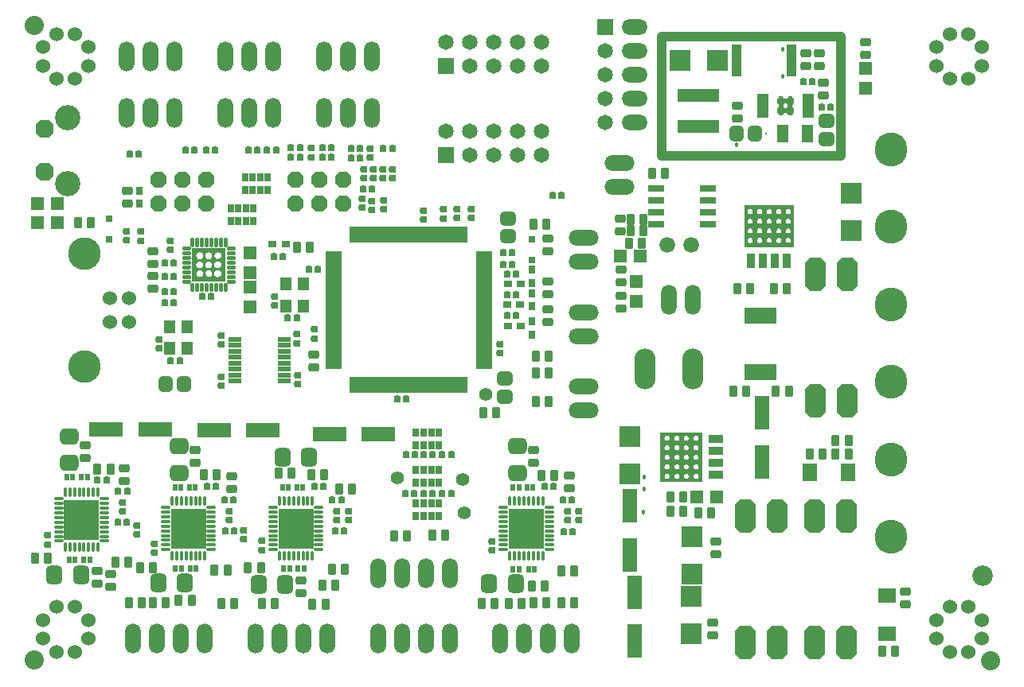
<source format=gts>
G04 Layer_Color=8388736*
%FSLAX24Y24*%
%MOIN*%
G70*
G01*
G75*
%ADD29C,0.0600*%
%ADD173C,0.0150*%
%ADD174C,0.0394*%
%ADD175R,0.0460X0.0130*%
%ADD176R,0.0530X0.0170*%
G04:AMPARAMS|DCode=177|XSize=28mil|YSize=30mil|CornerRadius=7.4mil|HoleSize=0mil|Usage=FLASHONLY|Rotation=90.000|XOffset=0mil|YOffset=0mil|HoleType=Round|Shape=RoundedRectangle|*
%AMROUNDEDRECTD177*
21,1,0.0280,0.0152,0,0,90.0*
21,1,0.0132,0.0300,0,0,90.0*
1,1,0.0148,0.0076,0.0066*
1,1,0.0148,0.0076,-0.0066*
1,1,0.0148,-0.0076,-0.0066*
1,1,0.0148,-0.0076,0.0066*
%
%ADD177ROUNDEDRECTD177*%
G04:AMPARAMS|DCode=178|XSize=28mil|YSize=30mil|CornerRadius=7.4mil|HoleSize=0mil|Usage=FLASHONLY|Rotation=0.000|XOffset=0mil|YOffset=0mil|HoleType=Round|Shape=RoundedRectangle|*
%AMROUNDEDRECTD178*
21,1,0.0280,0.0152,0,0,0.0*
21,1,0.0132,0.0300,0,0,0.0*
1,1,0.0148,0.0066,-0.0076*
1,1,0.0148,-0.0066,-0.0076*
1,1,0.0148,-0.0066,0.0076*
1,1,0.0148,0.0066,0.0076*
%
%ADD178ROUNDEDRECTD178*%
%ADD179R,0.0260X0.0320*%
%ADD180R,0.0611X0.1399*%
G04:AMPARAMS|DCode=181|XSize=56mil|YSize=56mil|CornerRadius=28mil|HoleSize=0mil|Usage=FLASHONLY|Rotation=90.000|XOffset=0mil|YOffset=0mil|HoleType=Round|Shape=RoundedRectangle|*
%AMROUNDEDRECTD181*
21,1,0.0560,0.0000,0,0,90.0*
21,1,0.0000,0.0560,0,0,90.0*
1,1,0.0560,0.0000,0.0000*
1,1,0.0560,0.0000,0.0000*
1,1,0.0560,0.0000,0.0000*
1,1,0.0560,0.0000,0.0000*
%
%ADD181ROUNDEDRECTD181*%
G04:AMPARAMS|DCode=182|XSize=35.1mil|YSize=45.4mil|CornerRadius=8.8mil|HoleSize=0mil|Usage=FLASHONLY|Rotation=0.000|XOffset=0mil|YOffset=0mil|HoleType=Round|Shape=RoundedRectangle|*
%AMROUNDEDRECTD182*
21,1,0.0351,0.0277,0,0,0.0*
21,1,0.0175,0.0454,0,0,0.0*
1,1,0.0177,0.0087,-0.0139*
1,1,0.0177,-0.0087,-0.0139*
1,1,0.0177,-0.0087,0.0139*
1,1,0.0177,0.0087,0.0139*
%
%ADD182ROUNDEDRECTD182*%
G04:AMPARAMS|DCode=183|XSize=69mil|YSize=77mil|CornerRadius=18.8mil|HoleSize=0mil|Usage=FLASHONLY|Rotation=90.000|XOffset=0mil|YOffset=0mil|HoleType=Round|Shape=RoundedRectangle|*
%AMROUNDEDRECTD183*
21,1,0.0690,0.0395,0,0,90.0*
21,1,0.0315,0.0770,0,0,90.0*
1,1,0.0375,0.0198,0.0158*
1,1,0.0375,0.0198,-0.0158*
1,1,0.0375,-0.0198,-0.0158*
1,1,0.0375,-0.0198,0.0158*
%
%ADD183ROUNDEDRECTD183*%
G04:AMPARAMS|DCode=184|XSize=35.1mil|YSize=45.4mil|CornerRadius=8.8mil|HoleSize=0mil|Usage=FLASHONLY|Rotation=270.000|XOffset=0mil|YOffset=0mil|HoleType=Round|Shape=RoundedRectangle|*
%AMROUNDEDRECTD184*
21,1,0.0351,0.0277,0,0,270.0*
21,1,0.0175,0.0454,0,0,270.0*
1,1,0.0177,-0.0139,-0.0087*
1,1,0.0177,-0.0139,0.0087*
1,1,0.0177,0.0139,0.0087*
1,1,0.0177,0.0139,-0.0087*
%
%ADD184ROUNDEDRECTD184*%
%ADD185R,0.0198X0.0296*%
G04:AMPARAMS|DCode=186|XSize=69mil|YSize=77mil|CornerRadius=18.8mil|HoleSize=0mil|Usage=FLASHONLY|Rotation=180.000|XOffset=0mil|YOffset=0mil|HoleType=Round|Shape=RoundedRectangle|*
%AMROUNDEDRECTD186*
21,1,0.0690,0.0395,0,0,180.0*
21,1,0.0315,0.0770,0,0,180.0*
1,1,0.0375,-0.0158,0.0198*
1,1,0.0375,0.0158,0.0198*
1,1,0.0375,0.0158,-0.0198*
1,1,0.0375,-0.0158,-0.0198*
%
%ADD186ROUNDEDRECTD186*%
%ADD187R,0.1477X0.1674*%
%ADD188O,0.0158X0.0395*%
%ADD189O,0.0395X0.0158*%
%ADD190R,0.1399X0.0611*%
%ADD191R,0.0620X0.0340*%
G04:AMPARAMS|DCode=192|XSize=58mil|YSize=66mil|CornerRadius=16mil|HoleSize=0mil|Usage=FLASHONLY|Rotation=270.000|XOffset=0mil|YOffset=0mil|HoleType=Round|Shape=RoundedRectangle|*
%AMROUNDEDRECTD192*
21,1,0.0580,0.0340,0,0,270.0*
21,1,0.0260,0.0660,0,0,270.0*
1,1,0.0320,-0.0170,-0.0130*
1,1,0.0320,-0.0170,0.0130*
1,1,0.0320,0.0170,0.0130*
1,1,0.0320,0.0170,-0.0130*
%
%ADD192ROUNDEDRECTD192*%
%ADD193R,0.0414X0.1359*%
%ADD194R,0.0300X0.0300*%
%ADD195R,0.0680X0.0200*%
%ADD196R,0.0200X0.0680*%
%ADD197R,0.0540X0.0540*%
%ADD198R,0.0540X0.0540*%
G04:AMPARAMS|DCode=199|XSize=15mil|YSize=35.4mil|CornerRadius=6.4mil|HoleSize=0mil|Usage=FLASHONLY|Rotation=180.000|XOffset=0mil|YOffset=0mil|HoleType=Round|Shape=RoundedRectangle|*
%AMROUNDEDRECTD199*
21,1,0.0150,0.0227,0,0,180.0*
21,1,0.0022,0.0354,0,0,180.0*
1,1,0.0128,-0.0011,0.0113*
1,1,0.0128,0.0011,0.0113*
1,1,0.0128,0.0011,-0.0113*
1,1,0.0128,-0.0011,-0.0113*
%
%ADD199ROUNDEDRECTD199*%
G04:AMPARAMS|DCode=200|XSize=15mil|YSize=35.4mil|CornerRadius=6.4mil|HoleSize=0mil|Usage=FLASHONLY|Rotation=270.000|XOffset=0mil|YOffset=0mil|HoleType=Round|Shape=RoundedRectangle|*
%AMROUNDEDRECTD200*
21,1,0.0150,0.0227,0,0,270.0*
21,1,0.0022,0.0354,0,0,270.0*
1,1,0.0128,-0.0113,-0.0011*
1,1,0.0128,-0.0113,0.0011*
1,1,0.0128,0.0113,0.0011*
1,1,0.0128,0.0113,-0.0011*
%
%ADD200ROUNDEDRECTD200*%
%ADD201R,0.0480X0.0580*%
%ADD202R,0.0340X0.0620*%
G04:AMPARAMS|DCode=203|XSize=58mil|YSize=66mil|CornerRadius=16mil|HoleSize=0mil|Usage=FLASHONLY|Rotation=180.000|XOffset=0mil|YOffset=0mil|HoleType=Round|Shape=RoundedRectangle|*
%AMROUNDEDRECTD203*
21,1,0.0580,0.0340,0,0,180.0*
21,1,0.0260,0.0660,0,0,180.0*
1,1,0.0320,-0.0130,0.0170*
1,1,0.0320,0.0130,0.0170*
1,1,0.0320,0.0130,-0.0170*
1,1,0.0320,-0.0130,-0.0170*
%
%ADD203ROUNDEDRECTD203*%
%ADD204R,0.1320X0.0690*%
G04:AMPARAMS|DCode=205|XSize=80mil|YSize=80mil|CornerRadius=40mil|HoleSize=0mil|Usage=FLASHONLY|Rotation=0.000|XOffset=0mil|YOffset=0mil|HoleType=Round|Shape=RoundedRectangle|*
%AMROUNDEDRECTD205*
21,1,0.0800,0.0000,0,0,0.0*
21,1,0.0000,0.0800,0,0,0.0*
1,1,0.0800,0.0000,0.0000*
1,1,0.0800,0.0000,0.0000*
1,1,0.0800,0.0000,0.0000*
1,1,0.0800,0.0000,0.0000*
%
%ADD205ROUNDEDRECTD205*%
%ADD206R,0.0660X0.0300*%
%ADD207R,0.0850X0.0850*%
%ADD208R,0.0560X0.0210*%
%ADD209R,0.0340X0.0260*%
%ADD210R,0.0260X0.0340*%
%ADD211R,0.0603X0.0769*%
%ADD212R,0.0769X0.0603*%
%ADD213R,0.0493X0.0729*%
%ADD214R,0.0850X0.0850*%
%ADD215R,0.1733X0.0525*%
%ADD216R,0.0482X0.0198*%
%ADD217R,0.0651X0.0651*%
%ADD218C,0.0651*%
G04:AMPARAMS|DCode=219|XSize=139mil|YSize=89mil|CornerRadius=0mil|HoleSize=0mil|Usage=FLASHONLY|Rotation=90.000|XOffset=0mil|YOffset=0mil|HoleType=Round|Shape=Octagon|*
%AMOCTAGOND219*
4,1,8,0.0223,0.0695,-0.0223,0.0695,-0.0445,0.0473,-0.0445,-0.0473,-0.0223,-0.0695,0.0223,-0.0695,0.0445,-0.0473,0.0445,0.0473,0.0223,0.0695,0.0*
%
%ADD219OCTAGOND219*%

%ADD220O,0.0885X0.1710*%
%ADD221O,0.0660X0.1260*%
%ADD222P,0.0823X8X292.5*%
%ADD223C,0.1060*%
%ADD224C,0.1365*%
%ADD225P,0.0736X8X22.5*%
%ADD226O,0.1260X0.0660*%
%ADD227C,0.0660*%
%ADD228O,0.1084X0.0651*%
%ADD229R,0.0651X0.0651*%
%ADD230O,0.1360X0.1420*%
%ADD231C,0.0860*%
%ADD232C,0.0180*%
%ADD233C,0.0080*%
G36*
X18499Y27480D02*
Y27100D01*
X18411Y27100D01*
X18499D01*
Y26720D01*
X18440Y26720D01*
X18499D01*
Y26391D01*
X17101D01*
Y26730D01*
X17194Y26730D01*
X17101D01*
Y27100D01*
X17189Y27100D01*
X17101D01*
Y27480D01*
Y27799D01*
X18499D01*
Y27480D01*
D02*
G37*
G36*
X42285Y29311D02*
Y28917D01*
Y28514D01*
Y28120D01*
Y27845D01*
X40238D01*
Y28120D01*
Y28514D01*
Y28917D01*
Y29321D01*
Y29606D01*
X42285D01*
Y29311D01*
D02*
G37*
G36*
X38472Y18006D02*
X36710D01*
Y20053D01*
X38472D01*
Y18006D01*
D02*
G37*
G36*
X42232Y34150D02*
X42234Y34134D01*
X42246Y34106D01*
X42267Y34084D01*
X42296Y34072D01*
X42311Y34071D01*
Y33864D01*
X42298Y33863D01*
X42273Y33853D01*
X42254Y33834D01*
X42243Y33809D01*
X42242Y33795D01*
Y33756D01*
X42232D01*
Y33746D01*
X42234Y33731D01*
X42246Y33702D01*
X42267Y33681D01*
X42296Y33669D01*
X42311Y33667D01*
Y33470D01*
X42296Y33469D01*
X42267Y33457D01*
X42246Y33435D01*
X42234Y33407D01*
X42232Y33392D01*
Y33372D01*
X42055D01*
X42053Y33391D01*
X42039Y33427D01*
X42011Y33454D01*
X41976Y33469D01*
X41957Y33470D01*
X41937D01*
X41918Y33469D01*
X41882Y33454D01*
X41855Y33427D01*
X41840Y33391D01*
X41839Y33372D01*
X41661D01*
Y33382D01*
X41660Y33397D01*
X41648Y33426D01*
X41626Y33447D01*
X41598Y33459D01*
X41583Y33461D01*
Y33667D01*
X41596Y33669D01*
X41621Y33679D01*
X41640Y33698D01*
X41650Y33723D01*
X41652Y33736D01*
Y33776D01*
X41661D01*
Y33785D01*
X41660Y33801D01*
X41648Y33829D01*
X41626Y33851D01*
X41598Y33863D01*
X41583Y33864D01*
Y34061D01*
X41598Y34063D01*
X41626Y34074D01*
X41648Y34096D01*
X41660Y34124D01*
X41661Y34140D01*
Y34159D01*
X41839D01*
X41840Y34140D01*
X41855Y34105D01*
X41882Y34078D01*
X41918Y34063D01*
X41937Y34061D01*
X41957D01*
X41976Y34063D01*
X42011Y34078D01*
X42039Y34105D01*
X42053Y34140D01*
X42055Y34159D01*
X42232D01*
Y34150D01*
D02*
G37*
%LPC*%
G36*
X17805Y26863D02*
X17800Y26862D01*
X17800Y26862D01*
X17795Y26863D01*
X17746Y26853D01*
X17705Y26825D01*
X17677Y26784D01*
X17668Y26740D01*
X17670Y26740D01*
Y26730D01*
X17669D01*
X17667Y26720D01*
X17678Y26669D01*
X17706Y26626D01*
X17749Y26598D01*
X17800Y26587D01*
X17800Y26587D01*
X17800Y26587D01*
X17800Y26587D01*
X17855Y26598D01*
X17901Y26629D01*
X17932Y26675D01*
X17943Y26730D01*
X17943Y26730D01*
X17940Y26730D01*
X17984Y26730D01*
X17942Y26730D01*
X17932Y26778D01*
X17902Y26822D01*
X17858Y26852D01*
X17805Y26863D01*
D02*
G37*
G36*
X17430Y27243D02*
X17430Y27243D01*
X17430Y27240D01*
X17420Y27243D01*
X17420Y27243D01*
X17365Y27232D01*
X17319Y27201D01*
X17288Y27155D01*
X17277Y27100D01*
X17277Y27100D01*
D01*
Y27100D01*
X17280D01*
X17277Y27100D01*
Y27100D01*
X17277Y27100D01*
X17288Y27045D01*
X17319Y26999D01*
X17365Y26968D01*
X17420Y26957D01*
X17420Y26957D01*
X17420Y26958D01*
X17425Y26957D01*
X17482Y26968D01*
X17530Y27000D01*
X17562Y27048D01*
X17572Y27100D01*
X17570Y27100D01*
X17573Y27100D01*
X17573Y27100D01*
X17562Y27155D01*
X17531Y27201D01*
X17485Y27232D01*
X17430Y27243D01*
D02*
G37*
G36*
X17425Y26863D02*
X17420Y26862D01*
X17420Y26862D01*
X17415Y26863D01*
X17366Y26853D01*
X17325Y26825D01*
X17297Y26784D01*
X17288Y26740D01*
X17290Y26740D01*
Y26730D01*
X17287D01*
X17287Y26730D01*
X17298Y26675D01*
X17329Y26629D01*
X17375Y26598D01*
X17430Y26587D01*
X17430Y26587D01*
X17430Y26588D01*
X17435Y26587D01*
X17484Y26597D01*
X17525Y26625D01*
X17553Y26666D01*
X17562Y26710D01*
X17560Y26710D01*
Y26730D01*
X17615D01*
X17562Y26730D01*
X17552Y26778D01*
X17522Y26822D01*
X17478Y26852D01*
X17425Y26863D01*
D02*
G37*
G36*
X18175Y26873D02*
X18118Y26862D01*
X18070Y26830D01*
X18038Y26782D01*
X18028Y26730D01*
X18028D01*
Y26730D01*
X18030Y26730D01*
X18028Y26730D01*
X18027Y26725D01*
X18038Y26668D01*
X18070Y26620D01*
X18118Y26588D01*
X18170Y26578D01*
X18170Y26578D01*
X18175Y26577D01*
X18232Y26588D01*
X18280Y26620D01*
X18312Y26668D01*
X18322Y26720D01*
X18322D01*
Y26720D01*
X18320Y26720D01*
X18322D01*
X18323Y26725D01*
X18312Y26782D01*
X18280Y26830D01*
X18232Y26862D01*
X18180Y26872D01*
X18180Y26872D01*
X18175Y26873D01*
D02*
G37*
G36*
X18180Y27243D02*
X18180Y27243D01*
X18180Y27240D01*
X18170Y27243D01*
X18170Y27243D01*
X18115Y27232D01*
X18069Y27201D01*
X18038Y27155D01*
X18027Y27100D01*
X18027Y27100D01*
D01*
Y27100D01*
X18030D01*
X18027Y27100D01*
Y27100D01*
X18027Y27100D01*
X18038Y27045D01*
X18069Y26999D01*
X18115Y26968D01*
X18170Y26957D01*
X18170Y26957D01*
X18170Y26958D01*
X18175Y26957D01*
X18232Y26968D01*
X18280Y27000D01*
X18312Y27048D01*
X18322Y27100D01*
X18320Y27100D01*
X18323D01*
X18323Y27100D01*
X18312Y27155D01*
X18281Y27201D01*
X18235Y27232D01*
X18180Y27243D01*
D02*
G37*
G36*
X17800Y27623D02*
X17800Y27623D01*
X17800D01*
X17800D01*
X17800D01*
X17800Y27623D01*
X17745Y27612D01*
X17699Y27581D01*
X17668Y27535D01*
X17657Y27480D01*
X17658Y27480D01*
X17658Y27480D01*
X17660Y27480D01*
X17658Y27480D01*
X17657Y27475D01*
X17668Y27418D01*
X17700Y27370D01*
X17748Y27338D01*
X17800Y27328D01*
X17800Y27327D01*
X17800Y27327D01*
X17855Y27338D01*
X17901Y27369D01*
X17932Y27415D01*
X17943Y27470D01*
X17943Y27470D01*
X17940Y27470D01*
Y27480D01*
X17943Y27480D01*
X17943Y27480D01*
X17932Y27535D01*
X17901Y27581D01*
X17855Y27612D01*
X17800Y27623D01*
D02*
G37*
G36*
X17805Y27243D02*
X17800Y27242D01*
X17800Y27242D01*
X17795Y27243D01*
X17742Y27232D01*
X17698Y27202D01*
X17668Y27158D01*
X17657Y27105D01*
X17658Y27100D01*
X17658D01*
X17658Y27100D01*
X17660D01*
X17658Y27100D01*
X17657Y27095D01*
X17668Y27042D01*
X17698Y26998D01*
X17742Y26968D01*
X17790Y26958D01*
X17790Y26958D01*
X17795Y26957D01*
X17852Y26968D01*
X17900Y27000D01*
X17932Y27048D01*
X17942Y27100D01*
X17940Y27100D01*
X17942Y27110D01*
X17932Y27158D01*
X17902Y27202D01*
X17858Y27232D01*
X17805Y27243D01*
D02*
G37*
G36*
X18175Y27623D02*
X18170Y27622D01*
X18170Y27622D01*
X18122Y27612D01*
X18078Y27582D01*
X18048Y27538D01*
X18037Y27485D01*
X18038Y27480D01*
X18038D01*
X18038Y27480D01*
D01*
D01*
X18037Y27475D01*
X18048Y27422D01*
X18078Y27378D01*
X18122Y27348D01*
X18170Y27338D01*
X18170Y27338D01*
X18175Y27337D01*
X18232Y27348D01*
X18280Y27380D01*
X18312Y27428D01*
X18322Y27480D01*
X18320Y27480D01*
X18440D01*
X18322Y27480D01*
X18312Y27532D01*
X18280Y27580D01*
X18232Y27612D01*
X18175Y27623D01*
D02*
G37*
G36*
X17425D02*
X17420Y27622D01*
X17420Y27623D01*
X17420Y27623D01*
X17365Y27612D01*
X17319Y27581D01*
X17288Y27535D01*
X17277Y27480D01*
X17277Y27480D01*
X17280D01*
X17277Y27480D01*
Y27480D01*
X17277D01*
X17277Y27480D01*
X17289Y27421D01*
X17322Y27372D01*
X17371Y27339D01*
X17430Y27327D01*
X17430Y27327D01*
Y27327D01*
X17430Y27327D01*
X17485Y27338D01*
X17531Y27369D01*
X17562Y27416D01*
X17573Y27470D01*
X17571Y27480D01*
X17570Y27480D01*
X17571Y27480D01*
X17571Y27480D01*
X17615Y27480D01*
X17572Y27480D01*
X17562Y27532D01*
X17530Y27580D01*
X17482Y27612D01*
X17425Y27623D01*
D02*
G37*
%LPD*%
G36*
X18038Y27480D02*
X18038Y27480D01*
X18040D01*
X18038Y27480D01*
D02*
G37*
%LPC*%
G36*
X40868Y29036D02*
X40847Y29034D01*
X40807Y29017D01*
X40778Y28987D01*
X40761Y28948D01*
X40759Y28927D01*
Y28917D01*
X40761Y28898D01*
X40776Y28863D01*
X40803Y28836D01*
X40839Y28821D01*
X40858Y28819D01*
X40879Y28821D01*
X40917Y28837D01*
X40946Y28866D01*
X40962Y28905D01*
X40963Y28917D01*
X40956D01*
Y28947D01*
X40955Y28964D01*
X40941Y28996D01*
X40917Y29021D01*
X40885Y29034D01*
X40868Y29036D01*
D02*
G37*
G36*
X41261Y29026D02*
X41242Y29024D01*
X41207Y29009D01*
X41179Y28982D01*
X41165Y28947D01*
X41163Y28927D01*
Y28917D01*
X41156D01*
X41157Y28905D01*
X41173Y28866D01*
X41202Y28837D01*
X41241Y28821D01*
X41261Y28819D01*
X41281Y28821D01*
X41317Y28836D01*
X41345Y28864D01*
X41360Y28900D01*
X41361Y28917D01*
X41360D01*
Y28927D01*
X41358Y28947D01*
X41343Y28982D01*
X41316Y29009D01*
X41281Y29024D01*
X41261Y29026D01*
D02*
G37*
G36*
X41665D02*
X41646Y29024D01*
X41610Y29009D01*
X41583Y28982D01*
X41568Y28947D01*
X41566Y28927D01*
Y28917D01*
X41557D01*
X41559Y28898D01*
X41573Y28863D01*
X41600Y28836D01*
X41636Y28821D01*
X41655Y28819D01*
X41677Y28821D01*
X41716Y28838D01*
X41747Y28868D01*
X41763Y28908D01*
X41764Y28917D01*
X41763D01*
Y28927D01*
X41761Y28947D01*
X41747Y28982D01*
X41720Y29009D01*
X41684Y29024D01*
X41665Y29026D01*
D02*
G37*
G36*
Y28622D02*
X41646Y28620D01*
X41610Y28606D01*
X41583Y28578D01*
X41568Y28543D01*
X41566Y28524D01*
Y28514D01*
X41558D01*
X41559Y28505D01*
X41573Y28469D01*
X41600Y28442D01*
X41636Y28427D01*
X41655Y28425D01*
X41677Y28427D01*
X41716Y28444D01*
X41747Y28474D01*
X41763Y28514D01*
X41763Y28516D01*
Y28524D01*
X41761Y28543D01*
X41747Y28578D01*
X41720Y28606D01*
X41684Y28620D01*
X41665Y28622D01*
D02*
G37*
G36*
X42059D02*
X42039Y28620D01*
X42004Y28606D01*
X41977Y28578D01*
X41962Y28543D01*
X41960Y28524D01*
Y28514D01*
X41952D01*
X41952Y28512D01*
X41969Y28473D01*
X41998Y28444D01*
X42037Y28427D01*
X42059Y28425D01*
X42079Y28427D01*
X42118Y28443D01*
X42147Y28473D01*
X42163Y28511D01*
X42163Y28514D01*
X42157D01*
Y28524D01*
X42155Y28543D01*
X42140Y28578D01*
X42113Y28606D01*
X42078Y28620D01*
X42059Y28622D01*
D02*
G37*
G36*
X40464Y29026D02*
X40445Y29024D01*
X40409Y29009D01*
X40382Y28982D01*
X40368Y28947D01*
X40366Y28927D01*
Y28917D01*
X40357D01*
X40358Y28906D01*
X40374Y28867D01*
X40404Y28837D01*
X40443Y28821D01*
X40464Y28819D01*
X40484Y28821D01*
X40519Y28836D01*
X40547Y28863D01*
X40562Y28899D01*
X40564Y28917D01*
X40553D01*
Y28937D01*
X40551Y28954D01*
X40538Y28986D01*
X40513Y29011D01*
X40481Y29024D01*
X40464Y29026D01*
D02*
G37*
G36*
X42059D02*
X42039Y29024D01*
X42004Y29009D01*
X41977Y28982D01*
X41962Y28947D01*
X41960Y28927D01*
Y28917D01*
X41951D01*
X41952Y28906D01*
X41969Y28867D01*
X41998Y28837D01*
X42037Y28821D01*
X42059Y28819D01*
X42079Y28821D01*
X42118Y28837D01*
X42147Y28866D01*
X42163Y28905D01*
X42164Y28917D01*
X42157D01*
Y28927D01*
X42155Y28947D01*
X42140Y28982D01*
X42113Y29009D01*
X42078Y29024D01*
X42059Y29026D01*
D02*
G37*
G36*
X41665Y29439D02*
X41644Y29437D01*
X41605Y29421D01*
X41575Y29391D01*
X41559Y29352D01*
X41557Y29331D01*
Y29321D01*
X41559Y29302D01*
X41573Y29266D01*
X41600Y29239D01*
X41636Y29224D01*
X41655Y29223D01*
X41677Y29225D01*
X41716Y29241D01*
X41747Y29272D01*
X41763Y29311D01*
X41763Y29313D01*
Y29341D01*
X41761Y29360D01*
X41747Y29395D01*
X41720Y29423D01*
X41684Y29437D01*
X41665Y29439D01*
D02*
G37*
G36*
X42059D02*
X42037Y29437D01*
X41998Y29421D01*
X41969Y29391D01*
X41952Y29352D01*
X41950Y29331D01*
X41952Y29310D01*
X41969Y29271D01*
X41998Y29241D01*
X42037Y29225D01*
X42059Y29223D01*
X42079Y29225D01*
X42118Y29240D01*
X42147Y29270D01*
X42163Y29308D01*
X42165Y29329D01*
Y29352D01*
X42165Y29352D01*
X42149Y29391D01*
X42119Y29421D01*
X42080Y29437D01*
X42059Y29439D01*
D02*
G37*
G36*
X40463Y29438D02*
X40462Y29431D01*
X40441Y29429D01*
X40402Y29413D01*
X40372Y29383D01*
X40356Y29344D01*
X40356D01*
Y29331D01*
X40358Y29310D01*
X40374Y29271D01*
X40404Y29241D01*
X40443Y29225D01*
X40464Y29223D01*
X40484Y29225D01*
X40519Y29239D01*
X40547Y29267D01*
X40562Y29303D01*
X40564Y29321D01*
X40563D01*
X40562Y29340D01*
X40560Y29359D01*
X40545Y29395D01*
X40518Y29422D01*
X40483Y29437D01*
X40463Y29438D01*
D02*
G37*
G36*
X40858Y29439D02*
X40839Y29437D01*
X40803Y29423D01*
X40776Y29395D01*
X40761Y29360D01*
X40759Y29341D01*
Y29333D01*
Y29331D01*
Y29321D01*
X40761Y29302D01*
X40776Y29266D01*
X40803Y29239D01*
X40839Y29224D01*
X40858Y29223D01*
X40879Y29225D01*
X40917Y29240D01*
X40946Y29270D01*
X40962Y29308D01*
X40964Y29329D01*
Y29352D01*
X40964Y29352D01*
X40948Y29391D01*
X40918Y29421D01*
X40879Y29437D01*
X40858Y29439D01*
D02*
G37*
G36*
X41271Y29429D02*
X41261D01*
X41240Y29427D01*
X41201Y29411D01*
X41171Y29381D01*
X41155Y29342D01*
Y29329D01*
X41157Y29308D01*
X41173Y29270D01*
X41202Y29240D01*
X41241Y29225D01*
X41261Y29223D01*
X41281Y29225D01*
X41317Y29239D01*
X41345Y29267D01*
X41360Y29303D01*
X41360Y29311D01*
X41360D01*
Y29341D01*
X41358Y29358D01*
X41345Y29390D01*
X41320Y29414D01*
X41288Y29428D01*
X41271Y29429D01*
D02*
G37*
G36*
X40464Y28228D02*
X40445Y28227D01*
X40409Y28212D01*
X40382Y28185D01*
X40368Y28149D01*
X40366Y28130D01*
Y28120D01*
X40356D01*
Y28120D01*
X40358Y28099D01*
X40374Y28060D01*
X40404Y28030D01*
X40443Y28014D01*
X40464Y28012D01*
X40485Y28014D01*
X40524Y28030D01*
X40554Y28060D01*
X40570Y28099D01*
X40572Y28120D01*
Y28120D01*
X40553D01*
Y28140D01*
X40551Y28157D01*
X40538Y28189D01*
X40513Y28214D01*
X40481Y28227D01*
X40464Y28228D01*
D02*
G37*
G36*
X40868Y28238D02*
X40847Y28236D01*
X40807Y28220D01*
X40778Y28190D01*
X40761Y28151D01*
X40759Y28130D01*
Y28120D01*
Y28110D01*
X40761Y28091D01*
X40776Y28056D01*
X40803Y28029D01*
X40839Y28014D01*
X40858Y28012D01*
X40879Y28014D01*
X40918Y28030D01*
X40948Y28060D01*
X40964Y28099D01*
X40966Y28120D01*
Y28120D01*
X40956D01*
Y28150D01*
X40955Y28167D01*
X40941Y28199D01*
X40917Y28223D01*
X40885Y28237D01*
X40868Y28238D01*
D02*
G37*
G36*
X40464Y28622D02*
X40445Y28620D01*
X40409Y28606D01*
X40382Y28578D01*
X40368Y28543D01*
X40366Y28524D01*
Y28514D01*
X40358D01*
X40358Y28513D01*
X40374Y28474D01*
X40404Y28444D01*
X40443Y28427D01*
X40464Y28425D01*
X40484Y28427D01*
X40519Y28442D01*
X40547Y28470D01*
X40562Y28506D01*
X40563Y28514D01*
X40553D01*
Y28534D01*
X40551Y28551D01*
X40538Y28583D01*
X40513Y28607D01*
X40481Y28621D01*
X40464Y28622D01*
D02*
G37*
G36*
X40868Y28632D02*
X40847Y28630D01*
X40807Y28614D01*
X40778Y28584D01*
X40761Y28545D01*
X40759Y28524D01*
X40761Y28505D01*
X40776Y28469D01*
X40803Y28442D01*
X40839Y28427D01*
X40858Y28425D01*
X40879Y28427D01*
X40917Y28443D01*
X40946Y28473D01*
X40962Y28511D01*
X40962Y28514D01*
X40956D01*
Y28543D01*
X40955Y28561D01*
X40941Y28593D01*
X40917Y28617D01*
X40885Y28630D01*
X40868Y28632D01*
D02*
G37*
G36*
X41261Y28622D02*
X41242Y28620D01*
X41207Y28606D01*
X41179Y28578D01*
X41165Y28543D01*
X41163Y28524D01*
Y28514D01*
X41157D01*
X41157Y28511D01*
X41173Y28473D01*
X41202Y28443D01*
X41241Y28427D01*
X41261Y28425D01*
X41281Y28427D01*
X41317Y28442D01*
X41345Y28470D01*
X41360Y28506D01*
X41360Y28514D01*
X41360D01*
Y28524D01*
X41358Y28543D01*
X41343Y28578D01*
X41316Y28606D01*
X41281Y28620D01*
X41261Y28622D01*
D02*
G37*
G36*
X42059Y28228D02*
X42039Y28227D01*
X42004Y28212D01*
X41977Y28185D01*
X41962Y28149D01*
X41960Y28130D01*
Y28130D01*
X41961Y28111D01*
X41963Y28092D01*
X41977Y28056D01*
X42005Y28029D01*
X42040Y28015D01*
X42059Y28013D01*
X42061Y28020D01*
X42082Y28022D01*
X42121Y28038D01*
X42151Y28068D01*
X42167Y28107D01*
X42168Y28120D01*
X42157D01*
Y28130D01*
X42155Y28149D01*
X42140Y28185D01*
X42113Y28212D01*
X42078Y28227D01*
X42059Y28228D01*
D02*
G37*
G36*
X41665D02*
X41646Y28227D01*
X41610Y28212D01*
X41583Y28185D01*
X41568Y28149D01*
X41566Y28130D01*
Y28120D01*
X41557D01*
Y28120D01*
X41559Y28099D01*
X41575Y28060D01*
X41605Y28030D01*
X41644Y28014D01*
X41665Y28012D01*
X41684Y28014D01*
X41720Y28029D01*
X41747Y28056D01*
X41761Y28091D01*
X41763Y28110D01*
Y28120D01*
Y28130D01*
X41761Y28149D01*
X41747Y28185D01*
X41720Y28212D01*
X41684Y28227D01*
X41665Y28228D01*
D02*
G37*
G36*
X41261D02*
X41242Y28227D01*
X41207Y28212D01*
X41179Y28185D01*
X41165Y28149D01*
X41163Y28130D01*
Y28120D01*
Y28110D01*
X41165Y28093D01*
X41178Y28061D01*
X41202Y28037D01*
X41234Y28024D01*
X41252Y28022D01*
X41261D01*
X41282Y28024D01*
X41321Y28040D01*
X41351Y28070D01*
X41368Y28109D01*
X41369Y28120D01*
X41360D01*
Y28130D01*
X41358Y28149D01*
X41343Y28185D01*
X41316Y28212D01*
X41281Y28227D01*
X41261Y28228D01*
D02*
G37*
G36*
X37399Y19932D02*
Y19925D01*
X37389D01*
X37370Y19923D01*
X37334Y19908D01*
X37307Y19881D01*
X37293Y19846D01*
X37291Y19827D01*
X37293Y19807D01*
X37307Y19772D01*
X37334Y19745D01*
X37370Y19730D01*
X37389Y19728D01*
X37399D01*
Y19719D01*
X37410Y19720D01*
X37449Y19737D01*
X37479Y19766D01*
X37495Y19805D01*
X37497Y19827D01*
X37495Y19847D01*
X37480Y19886D01*
X37450Y19915D01*
X37412Y19931D01*
X37399Y19932D01*
D02*
G37*
G36*
X36988Y19933D02*
X36964D01*
X36964Y19933D01*
X36925Y19917D01*
X36896Y19887D01*
X36879Y19848D01*
X36877Y19827D01*
X36879Y19805D01*
X36896Y19766D01*
X36925Y19737D01*
X36964Y19720D01*
X36986Y19718D01*
X37007Y19720D01*
X37046Y19737D01*
X37076Y19766D01*
X37092Y19805D01*
X37094Y19827D01*
X37092Y19847D01*
X37076Y19886D01*
X37047Y19915D01*
X37008Y19931D01*
X36988Y19933D01*
D02*
G37*
G36*
X37399Y19532D02*
Y19531D01*
X37389D01*
X37370Y19529D01*
X37334Y19515D01*
X37307Y19488D01*
X37293Y19452D01*
X37291Y19433D01*
X37293Y19414D01*
X37307Y19378D01*
X37334Y19351D01*
X37370Y19336D01*
X37389Y19334D01*
X37399D01*
Y19325D01*
X37418Y19326D01*
X37454Y19341D01*
X37481Y19368D01*
X37496Y19404D01*
X37497Y19423D01*
X37495Y19444D01*
X37479Y19484D01*
X37448Y19515D01*
X37409Y19531D01*
X37399Y19532D01*
D02*
G37*
G36*
X38206Y19531D02*
X38186D01*
X38167Y19529D01*
X38132Y19515D01*
X38105Y19488D01*
X38090Y19452D01*
X38088Y19433D01*
X38090Y19414D01*
X38105Y19378D01*
X38132Y19351D01*
X38167Y19336D01*
X38186Y19334D01*
X38196D01*
Y19325D01*
X38196D01*
X38217Y19327D01*
X38256Y19343D01*
X38286Y19373D01*
X38302Y19412D01*
X38304Y19433D01*
X38303Y19452D01*
X38288Y19488D01*
X38261Y19515D01*
X38225Y19529D01*
X38206Y19531D01*
D02*
G37*
G36*
X37800D02*
X37793D01*
X37773Y19529D01*
X37738Y19515D01*
X37711Y19488D01*
X37696Y19452D01*
X37694Y19433D01*
X37696Y19414D01*
X37711Y19378D01*
X37738Y19351D01*
X37773Y19336D01*
X37793Y19334D01*
X37803D01*
Y19326D01*
X37812Y19326D01*
X37847Y19341D01*
X37875Y19368D01*
X37889Y19404D01*
X37891Y19423D01*
X37889Y19444D01*
X37873Y19484D01*
X37842Y19515D01*
X37802Y19531D01*
X37800Y19531D01*
D02*
G37*
G36*
X37803Y19931D02*
Y19925D01*
X37793D01*
X37773Y19923D01*
X37738Y19908D01*
X37711Y19881D01*
X37696Y19846D01*
X37694Y19827D01*
X37696Y19807D01*
X37711Y19772D01*
X37738Y19745D01*
X37773Y19730D01*
X37793Y19728D01*
X37803D01*
Y19720D01*
X37804Y19720D01*
X37843Y19737D01*
X37873Y19766D01*
X37889Y19805D01*
X37891Y19827D01*
X37889Y19847D01*
X37873Y19886D01*
X37844Y19915D01*
X37806Y19931D01*
X37803Y19931D01*
D02*
G37*
G36*
X38196Y19936D02*
Y19925D01*
X38186D01*
X38167Y19923D01*
X38132Y19908D01*
X38105Y19881D01*
X38090Y19846D01*
X38088Y19827D01*
X38090Y19807D01*
X38105Y19772D01*
X38132Y19745D01*
X38167Y19730D01*
X38186Y19728D01*
X38186D01*
X38205Y19729D01*
X38225Y19731D01*
X38260Y19745D01*
X38287Y19773D01*
X38302Y19808D01*
X38304Y19827D01*
X38297Y19829D01*
X38295Y19850D01*
X38279Y19889D01*
X38249Y19919D01*
X38210Y19935D01*
X38196Y19936D01*
D02*
G37*
G36*
X37803Y18331D02*
Y18321D01*
X37783D01*
X37766Y18319D01*
X37734Y18306D01*
X37709Y18281D01*
X37696Y18249D01*
X37694Y18232D01*
X37696Y18213D01*
X37711Y18177D01*
X37738Y18150D01*
X37773Y18136D01*
X37793Y18134D01*
X37803D01*
Y18126D01*
X37804Y18126D01*
X37843Y18142D01*
X37873Y18172D01*
X37889Y18211D01*
X37891Y18232D01*
X37889Y18251D01*
X37874Y18287D01*
X37847Y18315D01*
X37811Y18330D01*
X37803Y18331D01*
D02*
G37*
G36*
X36988Y18732D02*
X36964D01*
X36964Y18732D01*
X36925Y18716D01*
X36896Y18686D01*
X36879Y18647D01*
X36877Y18626D01*
X36879Y18607D01*
X36894Y18571D01*
X36921Y18544D01*
X36957Y18529D01*
X36976Y18527D01*
X36995D01*
X37015Y18529D01*
X37050Y18544D01*
X37077Y18571D01*
X37092Y18607D01*
X37094Y18626D01*
X37092Y18646D01*
X37076Y18685D01*
X37047Y18714D01*
X37008Y18730D01*
X36988Y18732D01*
D02*
G37*
G36*
X37399Y18731D02*
Y18724D01*
X37369D01*
X37352Y18722D01*
X37320Y18709D01*
X37296Y18685D01*
X37283Y18653D01*
X37281Y18636D01*
X37283Y18614D01*
X37299Y18575D01*
X37329Y18546D01*
X37368Y18529D01*
X37389Y18527D01*
X37399D01*
X37418Y18529D01*
X37454Y18544D01*
X37481Y18571D01*
X37496Y18607D01*
X37497Y18626D01*
X37495Y18646D01*
X37480Y18685D01*
X37450Y18714D01*
X37412Y18730D01*
X37399Y18731D01*
D02*
G37*
G36*
X36995Y18332D02*
Y18330D01*
X36976Y18330D01*
X36957Y18328D01*
X36922Y18313D01*
X36895Y18286D01*
X36880Y18251D01*
X36878Y18231D01*
X36885Y18230D01*
X36887Y18209D01*
X36903Y18170D01*
X36933Y18140D01*
X36972Y18124D01*
X36972D01*
Y18124D01*
X36985D01*
X37007Y18126D01*
X37046Y18142D01*
X37076Y18172D01*
X37092Y18211D01*
X37094Y18232D01*
X37092Y18251D01*
X37077Y18287D01*
X37050Y18315D01*
X37014Y18330D01*
X36995Y18332D01*
D02*
G37*
G36*
X38196Y18340D02*
X38196D01*
Y18321D01*
X38177D01*
X38159Y18319D01*
X38127Y18306D01*
X38103Y18281D01*
X38090Y18249D01*
X38088Y18232D01*
X38090Y18213D01*
X38105Y18177D01*
X38132Y18150D01*
X38167Y18136D01*
X38186Y18134D01*
X38196D01*
Y18124D01*
X38196D01*
X38217Y18126D01*
X38256Y18142D01*
X38286Y18172D01*
X38302Y18211D01*
X38304Y18232D01*
X38302Y18253D01*
X38286Y18292D01*
X38256Y18322D01*
X38217Y18338D01*
X38196Y18340D01*
D02*
G37*
G36*
X37399Y18332D02*
Y18321D01*
X37379D01*
X37362Y18319D01*
X37330Y18306D01*
X37306Y18281D01*
X37292Y18249D01*
X37291Y18232D01*
X37293Y18213D01*
X37307Y18177D01*
X37334Y18150D01*
X37370Y18136D01*
X37389Y18134D01*
X37399D01*
Y18125D01*
X37410Y18126D01*
X37449Y18142D01*
X37479Y18172D01*
X37495Y18211D01*
X37497Y18232D01*
X37495Y18251D01*
X37481Y18287D01*
X37453Y18315D01*
X37417Y18330D01*
X37399Y18332D01*
D02*
G37*
G36*
X38196Y18734D02*
X38196D01*
Y18724D01*
X38167D01*
X38149Y18722D01*
X38117Y18709D01*
X38093Y18685D01*
X38080Y18653D01*
X38078Y18636D01*
X38080Y18614D01*
X38096Y18575D01*
X38126Y18546D01*
X38165Y18529D01*
X38186Y18527D01*
X38206D01*
X38225Y18529D01*
X38261Y18544D01*
X38288Y18571D01*
X38303Y18607D01*
X38304Y18626D01*
X38302Y18647D01*
X38286Y18686D01*
X38256Y18716D01*
X38217Y18732D01*
X38196Y18734D01*
D02*
G37*
G36*
X37803Y19128D02*
Y19128D01*
X37793D01*
X37773Y19126D01*
X37738Y19111D01*
X37711Y19084D01*
X37696Y19048D01*
X37694Y19029D01*
X37696Y19010D01*
X37711Y18975D01*
X37738Y18947D01*
X37773Y18933D01*
X37793Y18931D01*
X37803D01*
Y18925D01*
X37806Y18925D01*
X37844Y18941D01*
X37873Y18970D01*
X37889Y19009D01*
X37891Y19029D01*
X37889Y19049D01*
X37874Y19085D01*
X37847Y19113D01*
X37810Y19128D01*
X37803Y19128D01*
D02*
G37*
G36*
X38196Y19137D02*
Y19128D01*
X38186D01*
X38167Y19126D01*
X38132Y19111D01*
X38105Y19084D01*
X38090Y19048D01*
X38088Y19029D01*
X38090Y19010D01*
X38105Y18975D01*
X38132Y18947D01*
X38167Y18933D01*
X38186Y18931D01*
X38206D01*
X38223Y18933D01*
X38255Y18946D01*
X38280Y18970D01*
X38293Y19002D01*
X38295Y19019D01*
Y19029D01*
X38293Y19050D01*
X38276Y19089D01*
X38247Y19119D01*
X38207Y19135D01*
X38196Y19137D01*
D02*
G37*
G36*
X37003Y19531D02*
X36976D01*
X36957Y19529D01*
X36921Y19515D01*
X36894Y19488D01*
X36879Y19452D01*
X36877Y19433D01*
X36879Y19412D01*
X36896Y19373D01*
X36925Y19343D01*
X36964Y19327D01*
X36986Y19325D01*
X36995D01*
X37015Y19326D01*
X37050Y19341D01*
X37077Y19368D01*
X37092Y19404D01*
X37094Y19423D01*
X37092Y19444D01*
X37075Y19484D01*
X37045Y19515D01*
X37005Y19531D01*
X37003Y19531D01*
D02*
G37*
G36*
X37803Y18730D02*
Y18724D01*
X37773D01*
X37756Y18722D01*
X37724Y18709D01*
X37699Y18685D01*
X37686Y18653D01*
X37684Y18636D01*
X37686Y18614D01*
X37703Y18575D01*
X37733Y18546D01*
X37772Y18529D01*
X37793Y18527D01*
X37812Y18529D01*
X37847Y18544D01*
X37875Y18571D01*
X37889Y18607D01*
X37891Y18626D01*
X37889Y18646D01*
X37873Y18685D01*
X37844Y18714D01*
X37806Y18730D01*
X37803Y18730D01*
D02*
G37*
G36*
X37005Y19128D02*
Y19128D01*
X36976D01*
X36958Y19126D01*
X36927Y19113D01*
X36902Y19088D01*
X36889Y19056D01*
X36887Y19039D01*
Y19029D01*
X36889Y19008D01*
X36905Y18969D01*
X36935Y18939D01*
X36974Y18923D01*
X36988D01*
X37008Y18925D01*
X37047Y18941D01*
X37076Y18970D01*
X37092Y19009D01*
X37094Y19029D01*
X37092Y19049D01*
X37077Y19085D01*
X37049Y19113D01*
X37013Y19128D01*
X37005Y19128D01*
D02*
G37*
G36*
X37399Y19129D02*
Y19128D01*
X37389D01*
X37370Y19126D01*
X37334Y19111D01*
X37307Y19084D01*
X37293Y19048D01*
X37291Y19029D01*
X37293Y19010D01*
X37307Y18975D01*
X37334Y18947D01*
X37370Y18933D01*
X37389Y18931D01*
X37399D01*
Y18924D01*
X37412Y18925D01*
X37450Y18941D01*
X37480Y18970D01*
X37495Y19009D01*
X37497Y19029D01*
X37495Y19049D01*
X37481Y19085D01*
X37453Y19113D01*
X37417Y19128D01*
X37399Y19129D01*
D02*
G37*
G36*
X41947Y33864D02*
X41928Y33862D01*
X41892Y33848D01*
X41865Y33820D01*
X41850Y33785D01*
X41848Y33766D01*
D01*
X41850Y33747D01*
X41865Y33711D01*
X41892Y33684D01*
X41928Y33669D01*
X41947Y33667D01*
X41966Y33669D01*
X42002Y33684D01*
X42029Y33711D01*
X42043Y33747D01*
X42045Y33766D01*
D01*
X42043Y33785D01*
X42029Y33820D01*
X42002Y33848D01*
X41966Y33862D01*
X41947Y33864D01*
D02*
G37*
%LPD*%
D29*
X49606Y10866D02*
D03*
X48819D02*
D03*
X48268Y11417D02*
D03*
Y12205D02*
D03*
X48819Y12756D02*
D03*
X49606D02*
D03*
X50157Y12205D02*
D03*
Y11417D02*
D03*
X12205Y10866D02*
D03*
X11417D02*
D03*
X10866Y11417D02*
D03*
Y12205D02*
D03*
X11417Y12756D02*
D03*
X12205D02*
D03*
X12756Y12205D02*
D03*
Y11417D02*
D03*
X12205Y34882D02*
D03*
X11417D02*
D03*
X10866Y35433D02*
D03*
Y36220D02*
D03*
X11417Y36772D02*
D03*
X12205D02*
D03*
X12756Y36220D02*
D03*
Y35433D02*
D03*
X49606Y34882D02*
D03*
X48819D02*
D03*
X48268Y35433D02*
D03*
Y36220D02*
D03*
X48819Y36772D02*
D03*
X49606D02*
D03*
X50157Y36220D02*
D03*
Y35433D02*
D03*
X13668Y24697D02*
D03*
Y25689D02*
D03*
X14458D02*
D03*
Y24697D02*
D03*
D173*
X16750Y26411D02*
X16970D01*
X16750Y26608D02*
X16970D01*
X16750Y26805D02*
X16970D01*
X16750Y27002D02*
X16970D01*
X16750Y27200D02*
X16970D01*
X16750Y27400D02*
X16970D01*
X16750Y27600D02*
X16970D01*
X16750Y27790D02*
X16970D01*
X17110Y27930D02*
Y28150D01*
X17300Y27930D02*
Y28150D01*
X17500Y27930D02*
Y28150D01*
X17110Y26057D02*
Y26273D01*
Y26057D02*
Y26273D01*
X17300Y26057D02*
Y26273D01*
X17500Y26057D02*
Y26273D01*
X17700Y27930D02*
Y28150D01*
X17898Y27930D02*
Y28150D01*
X18095Y27930D02*
Y28150D01*
X18292Y27930D02*
Y28150D01*
X17700Y26057D02*
Y26273D01*
X17898Y26057D02*
Y26273D01*
X18095Y26057D02*
Y26273D01*
X18292Y26057D02*
Y26273D01*
X18489Y27930D02*
Y28150D01*
Y26057D02*
Y26273D01*
X18627Y26411D02*
X18843D01*
X18627Y26608D02*
X18843D01*
X18627Y26805D02*
X18843D01*
X18627Y27002D02*
X18843D01*
X18627Y27200D02*
X18843D01*
X18627Y27400D02*
X18843D01*
X18627Y27600D02*
X18843D01*
X18627Y27790D02*
X18843D01*
D174*
X36750Y31650D02*
Y36650D01*
Y31650D02*
X44250D01*
Y36650D01*
X36750D02*
X44250D01*
D175*
X20941Y23975D02*
D03*
X20941Y23725D02*
D03*
Y23475D02*
D03*
X20941Y23225D02*
D03*
X20941Y22975D02*
D03*
X20941Y22725D02*
D03*
Y22475D02*
D03*
X20941Y22225D02*
D03*
X18901D02*
D03*
Y22475D02*
D03*
Y22725D02*
D03*
X18901Y22975D02*
D03*
X18901Y23225D02*
D03*
Y23475D02*
D03*
X18901Y23725D02*
D03*
X18901Y23975D02*
D03*
D176*
X20946D02*
D03*
X20946Y23725D02*
D03*
Y23475D02*
D03*
X20946Y23225D02*
D03*
X20946Y22975D02*
D03*
Y22725D02*
D03*
X20946Y22475D02*
D03*
X20946Y22225D02*
D03*
X18896D02*
D03*
X18896Y22475D02*
D03*
Y22725D02*
D03*
Y22975D02*
D03*
Y23225D02*
D03*
Y23475D02*
D03*
Y23725D02*
D03*
Y23975D02*
D03*
D177*
X25490Y30723D02*
D03*
Y31100D02*
D03*
X25090Y31097D02*
D03*
Y30720D02*
D03*
X24690Y31097D02*
D03*
Y30720D02*
D03*
X24280Y31099D02*
D03*
Y30720D02*
D03*
X24570Y31957D02*
D03*
Y31580D02*
D03*
X22080Y31601D02*
D03*
Y31980D02*
D03*
X25120Y29807D02*
D03*
Y29430D02*
D03*
X24630Y29767D02*
D03*
Y29390D02*
D03*
X24240Y29869D02*
D03*
Y29490D02*
D03*
X28780Y29427D02*
D03*
Y29050D02*
D03*
X28210Y29427D02*
D03*
Y29050D02*
D03*
X27630Y29417D02*
D03*
Y29040D02*
D03*
X33300Y16391D02*
D03*
Y16770D02*
D03*
X32820Y16767D02*
D03*
Y16390D02*
D03*
X29670Y15123D02*
D03*
Y15500D02*
D03*
X23170Y16767D02*
D03*
Y16390D02*
D03*
X23650Y16391D02*
D03*
Y16770D02*
D03*
X20030Y15143D02*
D03*
Y15520D02*
D03*
X19250Y15591D02*
D03*
Y15970D02*
D03*
X18670Y16390D02*
D03*
Y16767D02*
D03*
X14210Y17137D02*
D03*
Y16760D02*
D03*
X30000Y23396D02*
D03*
Y23773D02*
D03*
X22215Y24006D02*
D03*
Y24383D02*
D03*
X16200Y27713D02*
D03*
Y28090D02*
D03*
X15718Y23967D02*
D03*
Y23590D02*
D03*
X20561Y25768D02*
D03*
Y25391D02*
D03*
X26811Y28992D02*
D03*
Y29369D02*
D03*
X14945Y28489D02*
D03*
Y28110D02*
D03*
X18337Y22028D02*
D03*
Y22405D02*
D03*
X21516Y22096D02*
D03*
Y22473D02*
D03*
X21506Y24183D02*
D03*
Y23806D02*
D03*
X18327Y24124D02*
D03*
Y23747D02*
D03*
X14345Y28113D02*
D03*
Y28490D02*
D03*
X11060Y15373D02*
D03*
Y15750D02*
D03*
X15520Y15410D02*
D03*
Y15033D02*
D03*
X14780Y15781D02*
D03*
Y16160D02*
D03*
D178*
X25103Y31970D02*
D03*
X25480D02*
D03*
X23763Y31570D02*
D03*
X24140D02*
D03*
X23763Y31970D02*
D03*
X24140D02*
D03*
X22927Y31580D02*
D03*
X22550D02*
D03*
X22927Y31980D02*
D03*
X22550D02*
D03*
X21617Y31600D02*
D03*
X21240D02*
D03*
X21617Y31990D02*
D03*
X21240D02*
D03*
X20240Y31900D02*
D03*
X20617D02*
D03*
X19450D02*
D03*
X19827D02*
D03*
X17683Y31890D02*
D03*
X18060D02*
D03*
X16823D02*
D03*
X17200D02*
D03*
X14483Y31720D02*
D03*
X14860D02*
D03*
X24627Y30260D02*
D03*
X24250D02*
D03*
X32227Y17800D02*
D03*
X31850D02*
D03*
X32623Y17230D02*
D03*
X33000D02*
D03*
X33037Y15900D02*
D03*
X32660D02*
D03*
X22597Y17810D02*
D03*
X22220D02*
D03*
X22973Y17230D02*
D03*
X23350D02*
D03*
X23477Y15940D02*
D03*
X23100D02*
D03*
X18480D02*
D03*
X18857D02*
D03*
X18834Y17220D02*
D03*
X18457D02*
D03*
X17720Y17810D02*
D03*
X18097D02*
D03*
X13517Y18060D02*
D03*
X13140D02*
D03*
X14003Y17600D02*
D03*
X14380D02*
D03*
X30128Y27106D02*
D03*
X30505D02*
D03*
X22372Y26909D02*
D03*
X21995D02*
D03*
X25679Y21468D02*
D03*
X26056D02*
D03*
X20896Y27441D02*
D03*
X20519D02*
D03*
X16337Y25500D02*
D03*
X15960D02*
D03*
X16337Y25950D02*
D03*
X15960D02*
D03*
X16585Y23071D02*
D03*
X16208D02*
D03*
X17904Y25758D02*
D03*
X17527D02*
D03*
X21486Y24872D02*
D03*
X21109D02*
D03*
X30285Y26693D02*
D03*
X30662D02*
D03*
X30285Y25827D02*
D03*
X30662D02*
D03*
X15961Y26600D02*
D03*
X16340D02*
D03*
X15961Y27150D02*
D03*
X16340D02*
D03*
X30128Y27598D02*
D03*
X30505D02*
D03*
X27577Y19128D02*
D03*
X27954D02*
D03*
X27577Y17495D02*
D03*
X27954D02*
D03*
X27174Y19138D02*
D03*
X26797D02*
D03*
X27174Y17504D02*
D03*
X26797D02*
D03*
X26426Y19138D02*
D03*
X26049D02*
D03*
X26396Y17504D02*
D03*
X26019D02*
D03*
X30285Y24961D02*
D03*
X30662D02*
D03*
X43067Y34760D02*
D03*
X42690D02*
D03*
X43451Y33710D02*
D03*
X43830D02*
D03*
X32183Y30000D02*
D03*
X32560D02*
D03*
X14367Y16310D02*
D03*
X13990D02*
D03*
D179*
X19318Y30760D02*
D03*
X19633D02*
D03*
X19950D02*
D03*
X20270D02*
D03*
Y30224D02*
D03*
X19950D02*
D03*
X19633D02*
D03*
X19318D02*
D03*
X19675Y29459D02*
D03*
X19360D02*
D03*
X19043D02*
D03*
X18723D02*
D03*
Y28923D02*
D03*
X19043D02*
D03*
X19360D02*
D03*
X19675D02*
D03*
X27430Y20063D02*
D03*
X27115D02*
D03*
X26797D02*
D03*
X26477D02*
D03*
Y19528D02*
D03*
X26797D02*
D03*
X27115D02*
D03*
X27430D02*
D03*
Y18508D02*
D03*
X27115D02*
D03*
X26797D02*
D03*
X26477D02*
D03*
Y17973D02*
D03*
X26797D02*
D03*
X27115D02*
D03*
X27430D02*
D03*
Y17111D02*
D03*
X27115D02*
D03*
X26797D02*
D03*
X26477D02*
D03*
Y16575D02*
D03*
X26797D02*
D03*
X27115D02*
D03*
X27430D02*
D03*
D180*
X40950Y18836D02*
D03*
Y20884D02*
D03*
X35440Y14936D02*
D03*
Y16984D02*
D03*
X35630Y11316D02*
D03*
Y13364D02*
D03*
D181*
X29410Y21650D02*
D03*
X25707Y18154D02*
D03*
X28510Y16710D02*
D03*
X28440Y18080D02*
D03*
D182*
X29282Y20890D02*
D03*
X29818D02*
D03*
X32258Y18270D02*
D03*
X31722D02*
D03*
X33098Y14250D02*
D03*
X32562D02*
D03*
X31858Y13640D02*
D03*
X31322D02*
D03*
X31392Y12940D02*
D03*
X31928D02*
D03*
X30362Y12910D02*
D03*
X30898D02*
D03*
X32552Y12940D02*
D03*
X33088D02*
D03*
X29232Y12910D02*
D03*
X29768D02*
D03*
X26108Y15740D02*
D03*
X25572D02*
D03*
X27172Y15760D02*
D03*
X27708D02*
D03*
X22628Y18280D02*
D03*
X22092D02*
D03*
X21248Y18350D02*
D03*
X20712D02*
D03*
X23252Y17710D02*
D03*
X23788D02*
D03*
X23498Y14320D02*
D03*
X22962D02*
D03*
X22552Y13660D02*
D03*
X23088D02*
D03*
X22142Y12860D02*
D03*
X22678D02*
D03*
X20548Y12900D02*
D03*
X20012D02*
D03*
X19978Y14390D02*
D03*
X19442D02*
D03*
X18138Y18280D02*
D03*
X17602D02*
D03*
X18578Y14310D02*
D03*
X18042D02*
D03*
X18312Y12890D02*
D03*
X18848D02*
D03*
X16542Y13040D02*
D03*
X17078D02*
D03*
X15988Y12940D02*
D03*
X15452D02*
D03*
X13678Y18530D02*
D03*
X13142D02*
D03*
X14980Y12940D02*
D03*
X14445D02*
D03*
X11068Y14790D02*
D03*
X10532D02*
D03*
X12848Y28850D02*
D03*
X12312D02*
D03*
X32030Y23258D02*
D03*
X31494D02*
D03*
X38838Y16690D02*
D03*
X38302D02*
D03*
X37132Y17350D02*
D03*
X37668D02*
D03*
X37132Y16750D02*
D03*
X37668D02*
D03*
X22039Y27835D02*
D03*
X21504D02*
D03*
X41472Y26100D02*
D03*
X42008D02*
D03*
X40458Y26100D02*
D03*
X39922D02*
D03*
X41542Y21810D02*
D03*
X42078D02*
D03*
X35461Y28996D02*
D03*
X35996D02*
D03*
X31386Y28780D02*
D03*
X31921D02*
D03*
X32030Y22559D02*
D03*
X31494D02*
D03*
Y21378D02*
D03*
X32030D02*
D03*
X35461Y28524D02*
D03*
X35996D02*
D03*
X35917Y28002D02*
D03*
X35382D02*
D03*
X36376Y30925D02*
D03*
X36911D02*
D03*
X45982Y10910D02*
D03*
X46518D02*
D03*
X44578Y19160D02*
D03*
X44042D02*
D03*
X42972D02*
D03*
X43508D02*
D03*
X44042Y19720D02*
D03*
X44578D02*
D03*
X40288Y21810D02*
D03*
X39752D02*
D03*
X14438Y14630D02*
D03*
X13902D02*
D03*
X15468Y14410D02*
D03*
X14932D02*
D03*
D183*
X30720Y18360D02*
D03*
Y19480D02*
D03*
X16550Y18360D02*
D03*
Y19480D02*
D03*
X11950Y18780D02*
D03*
Y19900D02*
D03*
D184*
X31390Y19338D02*
D03*
Y18802D02*
D03*
X32880Y17732D02*
D03*
Y18268D02*
D03*
X17230Y19328D02*
D03*
Y18792D02*
D03*
X21660Y13332D02*
D03*
Y13868D02*
D03*
X18760Y17692D02*
D03*
Y18228D02*
D03*
X14270Y18032D02*
D03*
Y18568D02*
D03*
X12630Y19518D02*
D03*
Y18982D02*
D03*
X15450Y26082D02*
D03*
Y26618D02*
D03*
X15450Y27668D02*
D03*
Y27132D02*
D03*
X32008Y27646D02*
D03*
Y28181D02*
D03*
X14390Y29663D02*
D03*
Y30199D02*
D03*
X45290Y35882D02*
D03*
Y36418D02*
D03*
X39044Y15485D02*
D03*
Y14949D02*
D03*
X35069Y26882D02*
D03*
Y26346D02*
D03*
X35020Y29037D02*
D03*
Y28502D02*
D03*
X22205Y22803D02*
D03*
Y23339D02*
D03*
X32008Y25874D02*
D03*
Y26409D02*
D03*
Y24693D02*
D03*
Y25228D02*
D03*
X35059Y25254D02*
D03*
Y25789D02*
D03*
X38890Y11562D02*
D03*
Y12098D02*
D03*
X39930Y33222D02*
D03*
Y33758D02*
D03*
X43540Y34192D02*
D03*
Y34728D02*
D03*
X42805Y35969D02*
D03*
Y35434D02*
D03*
X43376D02*
D03*
Y35969D02*
D03*
X46950Y13388D02*
D03*
Y12852D02*
D03*
X13130Y13722D02*
D03*
Y14258D02*
D03*
X13700Y14118D02*
D03*
Y13582D02*
D03*
D185*
X31368Y17750D02*
D03*
X31112D02*
D03*
X30522D02*
D03*
X30778D02*
D03*
X31438Y14340D02*
D03*
X31182D02*
D03*
X30542D02*
D03*
X30798D02*
D03*
X21738Y17760D02*
D03*
X21482D02*
D03*
X20882D02*
D03*
X21138D02*
D03*
X21788Y14350D02*
D03*
X21532D02*
D03*
X20922D02*
D03*
X21178D02*
D03*
X17238Y17760D02*
D03*
X16982D02*
D03*
X16382D02*
D03*
X16638D02*
D03*
X17268Y14360D02*
D03*
X17012D02*
D03*
X16402D02*
D03*
X16658D02*
D03*
X12718Y18180D02*
D03*
X12462D02*
D03*
X11852D02*
D03*
X12108D02*
D03*
X11952Y14720D02*
D03*
X12208D02*
D03*
X12818D02*
D03*
X12562D02*
D03*
D186*
X30650Y13720D02*
D03*
X29530D02*
D03*
X21000Y13710D02*
D03*
X19880D02*
D03*
X16800Y13750D02*
D03*
X15680D02*
D03*
X20890Y19020D02*
D03*
X22010D02*
D03*
X12460Y14110D02*
D03*
X11340D02*
D03*
D187*
X31090Y16041D02*
D03*
X21450D02*
D03*
X16950D02*
D03*
X12476Y16401D02*
D03*
D188*
X30401Y17192D02*
D03*
X30598D02*
D03*
X30795D02*
D03*
X30992D02*
D03*
X31188D02*
D03*
X31385D02*
D03*
X31582D02*
D03*
X31779D02*
D03*
Y14889D02*
D03*
X31582D02*
D03*
X31385D02*
D03*
X31188D02*
D03*
X30992D02*
D03*
X30795D02*
D03*
X30598D02*
D03*
X30401D02*
D03*
X20761Y17192D02*
D03*
X20958D02*
D03*
X21155D02*
D03*
X21352D02*
D03*
X21548D02*
D03*
X21745D02*
D03*
X21942D02*
D03*
X22139D02*
D03*
Y14889D02*
D03*
X21942D02*
D03*
X21745D02*
D03*
X21548D02*
D03*
X21352D02*
D03*
X21155D02*
D03*
X20958D02*
D03*
X20761D02*
D03*
X16261D02*
D03*
X16458D02*
D03*
X16655D02*
D03*
X16852D02*
D03*
X17048D02*
D03*
X17245D02*
D03*
X17442D02*
D03*
X17639D02*
D03*
Y17192D02*
D03*
X17442D02*
D03*
X17245D02*
D03*
X17048D02*
D03*
X16852D02*
D03*
X16655D02*
D03*
X16458D02*
D03*
X16261D02*
D03*
X11787Y17552D02*
D03*
X11984D02*
D03*
X12181D02*
D03*
X12378D02*
D03*
X12575D02*
D03*
X12772D02*
D03*
X12968D02*
D03*
X13165D02*
D03*
Y15249D02*
D03*
X12968D02*
D03*
X12772D02*
D03*
X12575D02*
D03*
X12378D02*
D03*
X12181D02*
D03*
X11984D02*
D03*
X11787D02*
D03*
D189*
X32045Y16926D02*
D03*
Y16730D02*
D03*
Y16533D02*
D03*
Y16336D02*
D03*
Y16139D02*
D03*
Y15942D02*
D03*
Y15745D02*
D03*
Y15548D02*
D03*
Y15352D02*
D03*
Y15155D02*
D03*
X30135D02*
D03*
Y15352D02*
D03*
Y15548D02*
D03*
Y15745D02*
D03*
Y15942D02*
D03*
Y16139D02*
D03*
Y16336D02*
D03*
Y16533D02*
D03*
Y16730D02*
D03*
Y16926D02*
D03*
X22405D02*
D03*
Y16730D02*
D03*
Y16533D02*
D03*
Y16336D02*
D03*
Y16139D02*
D03*
Y15942D02*
D03*
Y15745D02*
D03*
Y15548D02*
D03*
Y15352D02*
D03*
Y15155D02*
D03*
X20495D02*
D03*
Y15352D02*
D03*
Y15548D02*
D03*
Y15745D02*
D03*
Y15942D02*
D03*
Y16139D02*
D03*
Y16336D02*
D03*
Y16533D02*
D03*
Y16730D02*
D03*
Y16926D02*
D03*
X15995D02*
D03*
Y16730D02*
D03*
Y16533D02*
D03*
Y16336D02*
D03*
Y16139D02*
D03*
Y15942D02*
D03*
Y15745D02*
D03*
Y15548D02*
D03*
Y15352D02*
D03*
Y15155D02*
D03*
X17905D02*
D03*
Y15352D02*
D03*
Y15548D02*
D03*
Y15745D02*
D03*
Y15942D02*
D03*
Y16139D02*
D03*
Y16336D02*
D03*
Y16533D02*
D03*
Y16730D02*
D03*
Y16926D02*
D03*
X13431Y17286D02*
D03*
Y17090D02*
D03*
Y16893D02*
D03*
Y16696D02*
D03*
Y16499D02*
D03*
Y16302D02*
D03*
Y16105D02*
D03*
Y15908D02*
D03*
Y15712D02*
D03*
Y15515D02*
D03*
X11522D02*
D03*
Y15712D02*
D03*
Y15908D02*
D03*
Y16105D02*
D03*
Y16302D02*
D03*
Y16499D02*
D03*
Y16696D02*
D03*
Y16893D02*
D03*
Y17090D02*
D03*
Y17286D02*
D03*
D190*
X20074Y20160D02*
D03*
X18026D02*
D03*
X24894Y19990D02*
D03*
X22846D02*
D03*
X15554Y20210D02*
D03*
X13506D02*
D03*
D191*
X39043Y19779D02*
D03*
Y19279D02*
D03*
Y18779D02*
D03*
Y18279D02*
D03*
D192*
X30190Y22324D02*
D03*
Y21570D02*
D03*
X30315Y28281D02*
D03*
Y29035D02*
D03*
X43650Y32360D02*
D03*
Y33114D02*
D03*
D193*
X42211Y35650D02*
D03*
X39889D02*
D03*
D194*
X13642Y29026D02*
D03*
Y28153D02*
D03*
X31339Y27283D02*
D03*
Y28157D02*
D03*
D195*
X29318Y27562D02*
D03*
Y27365D02*
D03*
Y27169D02*
D03*
Y26972D02*
D03*
Y26775D02*
D03*
Y26578D02*
D03*
Y26381D02*
D03*
Y26184D02*
D03*
Y25987D02*
D03*
Y25791D02*
D03*
Y25594D02*
D03*
Y25397D02*
D03*
Y25200D02*
D03*
Y25000D02*
D03*
Y24800D02*
D03*
Y24600D02*
D03*
Y24410D02*
D03*
Y24210D02*
D03*
Y24010D02*
D03*
Y23820D02*
D03*
Y23620D02*
D03*
Y23420D02*
D03*
Y23230D02*
D03*
Y23030D02*
D03*
Y22830D02*
D03*
X23018D02*
D03*
Y23030D02*
D03*
Y23230D02*
D03*
Y23420D02*
D03*
Y23620D02*
D03*
Y23820D02*
D03*
Y24010D02*
D03*
Y24210D02*
D03*
Y24410D02*
D03*
Y24600D02*
D03*
Y24800D02*
D03*
Y25000D02*
D03*
Y25200D02*
D03*
Y25397D02*
D03*
Y25594D02*
D03*
Y25791D02*
D03*
Y25987D02*
D03*
Y26184D02*
D03*
Y26381D02*
D03*
Y26578D02*
D03*
Y26775D02*
D03*
Y26972D02*
D03*
Y27169D02*
D03*
Y27365D02*
D03*
Y27562D02*
D03*
D196*
X28538Y22050D02*
D03*
X28338D02*
D03*
X28138D02*
D03*
X27948D02*
D03*
X27748D02*
D03*
X27548D02*
D03*
X27358D02*
D03*
X27158D02*
D03*
X26958D02*
D03*
X26768D02*
D03*
X26568D02*
D03*
X26368D02*
D03*
X26168D02*
D03*
X25971D02*
D03*
X25774D02*
D03*
X25577D02*
D03*
X25380D02*
D03*
X25184D02*
D03*
X24987D02*
D03*
X24790D02*
D03*
X24593D02*
D03*
X24396D02*
D03*
X24199D02*
D03*
X24003D02*
D03*
X23806D02*
D03*
Y28350D02*
D03*
X24003D02*
D03*
X24199D02*
D03*
X24396D02*
D03*
X24593D02*
D03*
X24790D02*
D03*
X24987D02*
D03*
X25184D02*
D03*
X25380D02*
D03*
X25577D02*
D03*
X25774D02*
D03*
X25971D02*
D03*
X26168D02*
D03*
X26368D02*
D03*
X26568D02*
D03*
X26768D02*
D03*
X26958D02*
D03*
X27158D02*
D03*
X27358D02*
D03*
X27548D02*
D03*
X27748D02*
D03*
X27948D02*
D03*
X28138D02*
D03*
X28338D02*
D03*
X28538D02*
D03*
D197*
X10630Y28850D02*
D03*
X11463D02*
D03*
X10630Y29650D02*
D03*
X11463D02*
D03*
X38220Y17350D02*
D03*
X39053D02*
D03*
X35863Y27451D02*
D03*
X35030D02*
D03*
D198*
X19518Y26158D02*
D03*
Y25325D02*
D03*
X19528Y26775D02*
D03*
Y27608D02*
D03*
X45290Y34480D02*
D03*
Y35313D02*
D03*
X35699Y26394D02*
D03*
Y25561D02*
D03*
D199*
X17110Y26155D02*
D03*
X17300D02*
D03*
X17500D02*
D03*
X17700D02*
D03*
X17898D02*
D03*
X18095D02*
D03*
X18292D02*
D03*
X18489D02*
D03*
Y28050D02*
D03*
X18292D02*
D03*
X18095D02*
D03*
X17898D02*
D03*
X17700D02*
D03*
X17500D02*
D03*
X17300D02*
D03*
X17110D02*
D03*
D200*
X18745Y26411D02*
D03*
Y26608D02*
D03*
Y26805D02*
D03*
Y27002D02*
D03*
Y27200D02*
D03*
Y27400D02*
D03*
Y27600D02*
D03*
Y27790D02*
D03*
X16850D02*
D03*
Y27600D02*
D03*
Y27400D02*
D03*
Y27200D02*
D03*
Y27002D02*
D03*
Y26805D02*
D03*
Y26608D02*
D03*
Y26411D02*
D03*
D201*
X16175Y24494D02*
D03*
Y23581D02*
D03*
X16910D02*
D03*
Y24494D02*
D03*
X21766Y25367D02*
D03*
Y26280D02*
D03*
X21031D02*
D03*
Y25367D02*
D03*
D202*
X40511Y27274D02*
D03*
X41011D02*
D03*
X41511D02*
D03*
X42011D02*
D03*
D203*
X15998Y22096D02*
D03*
X16752D02*
D03*
X40660Y32600D02*
D03*
X39906D02*
D03*
D204*
X40893Y22581D02*
D03*
Y24952D02*
D03*
D205*
X10482Y10522D02*
D03*
Y37126D02*
D03*
X50512Y10482D02*
D03*
D206*
X38708Y28807D02*
D03*
Y29307D02*
D03*
Y30307D02*
D03*
X36535Y28807D02*
D03*
Y29307D02*
D03*
Y30307D02*
D03*
X38708Y29807D02*
D03*
X36535D02*
D03*
D207*
X35430Y18333D02*
D03*
Y19910D02*
D03*
X44710Y28533D02*
D03*
Y30110D02*
D03*
X38008Y11634D02*
D03*
Y13212D02*
D03*
X38019Y15695D02*
D03*
Y14118D02*
D03*
D208*
X20951Y23975D02*
D03*
Y23725D02*
D03*
X18898Y22220D02*
D03*
X20951Y22470D02*
D03*
X18898D02*
D03*
Y22970D02*
D03*
X20951Y22220D02*
D03*
X18898Y22720D02*
D03*
X20951D02*
D03*
X20951Y22970D02*
D03*
X20951Y23475D02*
D03*
X18898Y23225D02*
D03*
Y23475D02*
D03*
Y23975D02*
D03*
X20951Y23225D02*
D03*
X18898Y23725D02*
D03*
D209*
X30315Y26299D02*
D03*
X30866D02*
D03*
X30285Y25433D02*
D03*
X30837D02*
D03*
X21024Y27953D02*
D03*
X20472D02*
D03*
X30315Y24528D02*
D03*
X30866D02*
D03*
D210*
X31339Y26890D02*
D03*
Y26339D02*
D03*
Y25354D02*
D03*
Y25906D02*
D03*
X14892Y30197D02*
D03*
Y29646D02*
D03*
X31339Y24724D02*
D03*
Y24173D02*
D03*
D211*
X42949Y18380D02*
D03*
X44571D02*
D03*
D212*
X46210Y11619D02*
D03*
Y13241D02*
D03*
D213*
X41828Y32590D02*
D03*
X42872D02*
D03*
D214*
X37513Y35650D02*
D03*
X39090D02*
D03*
D215*
X38300Y34202D02*
D03*
Y32898D02*
D03*
D216*
X41002Y34159D02*
D03*
Y33963D02*
D03*
Y33766D02*
D03*
Y33569D02*
D03*
Y33372D02*
D03*
X42892Y34159D02*
D03*
Y33963D02*
D03*
Y33766D02*
D03*
Y33569D02*
D03*
Y33372D02*
D03*
D217*
X27740Y31690D02*
D03*
Y35440D02*
D03*
D218*
Y32690D02*
D03*
X28740Y31690D02*
D03*
Y32690D02*
D03*
X29740Y31690D02*
D03*
Y32690D02*
D03*
X30740Y31690D02*
D03*
Y32690D02*
D03*
X31740Y31690D02*
D03*
Y32690D02*
D03*
X27740Y36440D02*
D03*
X28740Y35440D02*
D03*
Y36440D02*
D03*
X29740Y35440D02*
D03*
Y36440D02*
D03*
X30740Y35440D02*
D03*
Y36440D02*
D03*
X31740Y35440D02*
D03*
Y36440D02*
D03*
X34397Y33057D02*
D03*
Y34057D02*
D03*
Y35057D02*
D03*
Y36057D02*
D03*
D219*
X43200Y21380D02*
D03*
X44540D02*
D03*
Y26680D02*
D03*
X43200D02*
D03*
X41590Y11254D02*
D03*
X40250D02*
D03*
Y16554D02*
D03*
X41590D02*
D03*
X44490Y16550D02*
D03*
X43150D02*
D03*
Y11250D02*
D03*
X44490D02*
D03*
D220*
X36057Y22717D02*
D03*
X38057D02*
D03*
D221*
X33000Y11421D02*
D03*
X32000D02*
D03*
X31000D02*
D03*
X30000D02*
D03*
X27878Y14173D02*
D03*
X26878D02*
D03*
X25878D02*
D03*
X24878D02*
D03*
X27878Y11417D02*
D03*
X26878D02*
D03*
X25878D02*
D03*
X24878D02*
D03*
X24622Y35827D02*
D03*
X23622D02*
D03*
X22622D02*
D03*
X18488D02*
D03*
X19488D02*
D03*
X20488D02*
D03*
X16354D02*
D03*
X15354D02*
D03*
X14354D02*
D03*
X37059Y25630D02*
D03*
X38059D02*
D03*
X22760Y11417D02*
D03*
X21760D02*
D03*
X20760D02*
D03*
X19760D02*
D03*
X20488Y33465D02*
D03*
X19488D02*
D03*
X18488D02*
D03*
X22622D02*
D03*
X23622D02*
D03*
X24622D02*
D03*
X16354D02*
D03*
X15354D02*
D03*
X14354D02*
D03*
X17642Y11417D02*
D03*
X16642D02*
D03*
X15642D02*
D03*
X14642D02*
D03*
D222*
X10927Y32780D02*
D03*
Y31000D02*
D03*
D223*
X11907Y33270D02*
D03*
Y30510D02*
D03*
D224*
X12598Y22827D02*
D03*
Y27559D02*
D03*
D225*
X21421Y29676D02*
D03*
Y30676D02*
D03*
X22421Y29676D02*
D03*
Y30676D02*
D03*
X23421Y29676D02*
D03*
Y30676D02*
D03*
X15695Y29676D02*
D03*
Y30676D02*
D03*
X16695Y29676D02*
D03*
Y30676D02*
D03*
X17695Y29676D02*
D03*
Y30676D02*
D03*
D226*
X33504Y27217D02*
D03*
Y28217D02*
D03*
Y24106D02*
D03*
Y25106D02*
D03*
X34990Y31370D02*
D03*
Y30370D02*
D03*
X33504Y20996D02*
D03*
Y21996D02*
D03*
D227*
X37008Y27913D02*
D03*
X38008D02*
D03*
D228*
X35613Y33057D02*
D03*
Y34057D02*
D03*
Y35057D02*
D03*
Y36057D02*
D03*
Y37057D02*
D03*
D229*
X34397D02*
D03*
D230*
X46370Y31945D02*
D03*
Y28695D02*
D03*
Y25445D02*
D03*
Y22195D02*
D03*
Y18945D02*
D03*
Y15695D02*
D03*
D231*
X50207Y14055D02*
D03*
D232*
X36020Y18200D02*
D03*
Y17700D02*
D03*
X41830Y36140D02*
D03*
X41826Y34996D02*
D03*
X39890Y32123D02*
D03*
X36000Y16730D02*
D03*
D233*
X41130Y32600D02*
D03*
M02*

</source>
